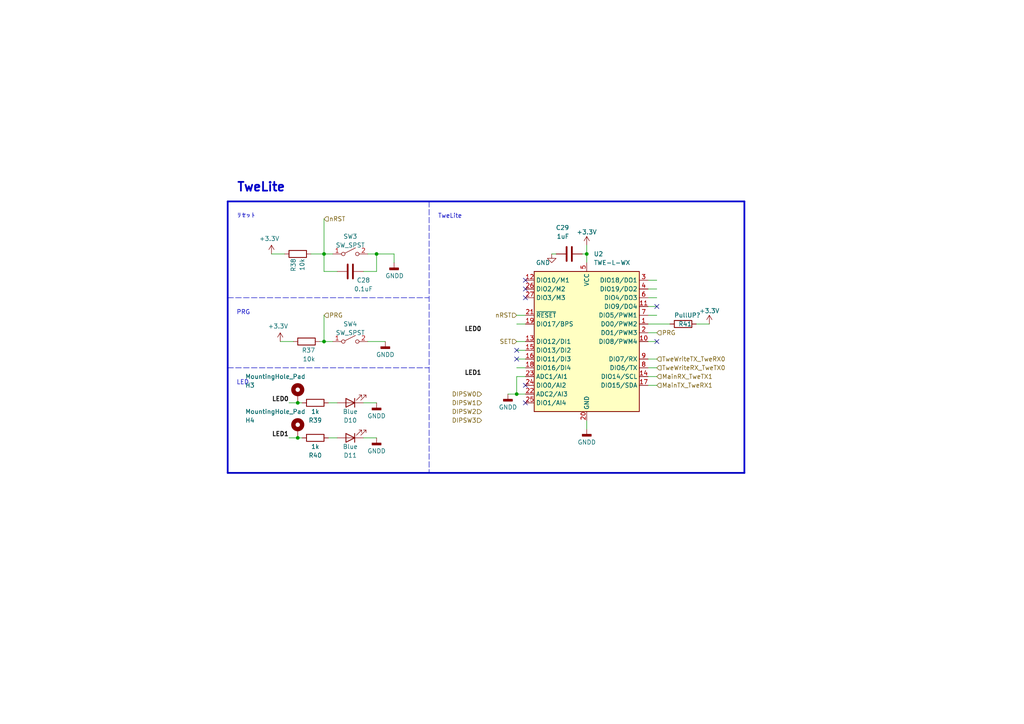
<source format=kicad_sch>
(kicad_sch (version 20230121) (generator eeschema)
  (paper "A4")
  (lib_symbols
    (symbol "Device:C" (pin_numbers hide) (pin_names (offset 0.254))
      (property "Reference" "C" (at 0.635 2.54 0))
      (property "Value" "C" (at 0.635 -2.54 0))
      (symbol "C_0_1"
        (polyline (pts (xy -2.032 -0.762) (xy 2.032 -0.762)) (stroke (width 0.508)))
        (polyline (pts (xy -2.032 0.762) (xy 2.032 0.762)) (stroke (width 0.508)))
      )
      (symbol "C_1_1"
        (pin passive line (at 0 3.81 270) (length 2.794) (name "~") (number "1"))
        (pin passive line (at 0 -3.81 90) (length 2.794) (name "~") (number "2"))
      )
    )
    (symbol "Device:LED" (pin_numbers hide) (pin_names (offset 1.016) hide)
      (property "Reference" "D" (at 0 2.54 0))
      (property "Value" "LED" (at 0 -2.54 0))
      (symbol "LED_0_1"
        (polyline (pts (xy -1.27 -1.27) (xy -1.27 1.27)) (stroke (width 0.254)))
        (polyline (pts (xy -1.27 0) (xy 1.27 0)))
        (polyline (pts (xy 1.27 -1.27) (xy 1.27 1.27) (xy -1.27 0) (xy 1.27 -1.27)) (stroke (width 0.254)))
        (polyline (pts (xy -3.048 -0.762) (xy -4.572 -2.286) (xy -3.81 -2.286) (xy -4.572 -2.286) (xy -4.572 -1.524)))
        (polyline (pts (xy -1.778 -0.762) (xy -3.302 -2.286) (xy -2.54 -2.286) (xy -3.302 -2.286) (xy -3.302 -1.524)))
      )
      (symbol "LED_1_1"
        (pin passive line (at -3.81 0 0) (length 2.54) (name "K") (number "1"))
        (pin passive line (at 3.81 0 180) (length 2.54) (name "A") (number "2"))
      )
    )
    (symbol "Device:R" (pin_numbers hide) (pin_names (offset 0))
      (property "Reference" "R" (at 2.032 0 90))
      (property "Value" "R" (at 0 0 90))
      (symbol "R_0_1"
        (rectangle (start -1.016 -2.54) (end 1.016 2.54) (stroke (width 0.254)))
      )
      (symbol "R_1_1"
        (pin passive line (at 0 3.81 270) (length 1.27) (name "~") (number "1"))
        (pin passive line (at 0 -3.81 90) (length 1.27) (name "~") (number "2"))
      )
    )
    (symbol "Mechanical:MountingHole_Pad" (pin_numbers hide) (pin_names (offset 1.016) hide)
      (property "Reference" "H" (at 0 6.35 0))
      (property "Value" "MountingHole_Pad" (at 0 4.445 0))
      (symbol "MountingHole_Pad_0_1"
        (circle (center 0 1.27) (radius 1.27) (stroke (width 1.27)))
      )
      (symbol "MountingHole_Pad_1_1"
        (pin input line (at 0 -2.54 90) (length 2.54) (name "1") (number "1"))
      )
    )
    (symbol "RF_ZigBee:TWE-L-WX"
      (property "Reference" "U" (at -11.43 21.59 0))
      (property "Value" "TWE-L-WX" (at 7.62 21.59 0))
      (symbol "TWE-L-WX_1_0"
        (rectangle (start -15.24 -20.32) (end 15.24 20.32) (stroke (width 0.254)) (fill (type background)))
      )
      (symbol "TWE-L-WX_1_1"
        (pin output line (at 17.78 5.08 180) (length 2.54) (name "DO0/PWM2") (number "1"))
        (pin bidirectional line (at 17.78 0 180) (length 2.54) (name "DIO8/PWM4") (number "10"))
        (pin bidirectional line (at 17.78 10.16 180) (length 2.54) (name "DIO9/DO4") (number "11"))
        (pin bidirectional line (at -17.78 17.78 0) (length 2.54) (name "DIO10/M1") (number "12"))
        (pin bidirectional line (at -17.78 0 0) (length 2.54) (name "DIO12/DI1") (number "13"))
        (pin bidirectional line (at 17.78 -10.16 180) (length 2.54) (name "DIO14/SCL") (number "14"))
        (pin bidirectional line (at -17.78 -2.54 0) (length 2.54) (name "DIO13/DI2") (number "15"))
        (pin bidirectional line (at -17.78 -5.08 0) (length 2.54) (name "DIO11/DI3") (number "16"))
        (pin bidirectional line (at 17.78 -12.7 180) (length 2.54) (name "DIO15/SDA") (number "17"))
        (pin bidirectional line (at -17.78 -7.62 0) (length 2.54) (name "DIO16/DI4") (number "18"))
        (pin bidirectional line (at -17.78 5.08 0) (length 2.54) (name "DIO17/BPS") (number "19"))
        (pin bidirectional line (at 17.78 2.54 180) (length 2.54) (name "DO1/PWM3") (number "2"))
        (pin power_in line (at 0 -22.86 90) (length 2.54) (name "GND") (number "20"))
        (pin input line (at -17.78 7.62 0) (length 2.54) (name "~{RESET}") (number "21"))
        (pin input line (at -17.78 -15.24 0) (length 2.54) (name "ADC2/AI3") (number "22"))
        (pin input line (at -17.78 -10.16 0) (length 2.54) (name "ADC1/AI1") (number "23"))
        (pin bidirectional line (at -17.78 -12.7 0) (length 2.54) (name "DIO0/AI2") (number "24"))
        (pin bidirectional line (at -17.78 -17.78 0) (length 2.54) (name "DIO1/AI4") (number "25"))
        (pin bidirectional line (at -17.78 15.24 0) (length 2.54) (name "DIO2/M2") (number "26"))
        (pin bidirectional line (at -17.78 12.7 0) (length 2.54) (name "DIO3/M3") (number "27"))
        (pin passive line (at 0 -22.86 90) (length 2.54) hide (name "GND") (number "28"))
        (pin no_connect line (at 15.24 -17.78 180) (length 2.54) hide (name "NC") (number "29"))
        (pin bidirectional line (at 17.78 17.78 180) (length 2.54) (name "DIO18/DO1") (number "3"))
        (pin passive line (at 0 -22.86 90) (length 2.54) hide (name "GND") (number "30"))
        (pin passive line (at 0 -22.86 90) (length 2.54) hide (name "GND") (number "31"))
        (pin passive line (at 0 -22.86 90) (length 2.54) hide (name "GND") (number "32"))
        (pin bidirectional line (at 17.78 15.24 180) (length 2.54) (name "DIO19/DO2") (number "4"))
        (pin power_in line (at 0 22.86 270) (length 2.54) (name "VCC") (number "5"))
        (pin bidirectional line (at 17.78 12.7 180) (length 2.54) (name "DIO4/DO3") (number "6"))
        (pin bidirectional line (at 17.78 7.62 180) (length 2.54) (name "DIO5/PWM1") (number "7"))
        (pin bidirectional line (at 17.78 -7.62 180) (length 2.54) (name "DIO6/TX") (number "8"))
        (pin bidirectional line (at 17.78 -5.08 180) (length 2.54) (name "DIO7/RX") (number "9"))
      )
    )
    (symbol "Switch:SW_SPST" (pin_names (offset 0) hide)
      (property "Reference" "SW" (at 0 3.175 0))
      (property "Value" "SW_SPST" (at 0 -2.54 0))
      (symbol "SW_SPST_0_0"
        (circle (center -2.032 0) (radius 0.508))
        (polyline (pts (xy -1.524 0.254) (xy 1.524 1.778)))
        (circle (center 2.032 0) (radius 0.508))
      )
      (symbol "SW_SPST_1_1"
        (pin passive line (at -5.08 0 0) (length 2.54) (name "A") (number "1"))
        (pin passive line (at 5.08 0 180) (length 2.54) (name "B") (number "2"))
      )
    )
    (symbol "power:+3.3V" (power) (pin_names (offset 0))
      (property "Value" "+3.3V" (at 0 3.556 0))
      (symbol "+3.3V_0_1"
        (polyline (pts (xy -0.762 1.27) (xy 0 2.54)))
        (polyline (pts (xy 0 0) (xy 0 2.54)))
        (polyline (pts (xy 0 2.54) (xy 0.762 1.27)))
      )
      (symbol "+3.3V_1_1"
        (pin power_in line (at 0 0 90) (length 0) hide (name "+3.3V") (number "1"))
      )
    )
    (symbol "power:GND" (power) (pin_names (offset 0))
      (property "Value" "GND" (at 0 -3.81 0))
      (symbol "GND_0_1"
        (polyline (pts (xy 0 0) (xy 0 -1.27) (xy 1.27 -1.27) (xy 0 -2.54) (xy -1.27 -1.27) (xy 0 -1.27)))
      )
      (symbol "GND_1_1"
        (pin power_in line (at 0 0 270) (length 0) hide (name "GND") (number "1"))
      )
    )
    (symbol "power:GNDD" (power) (pin_names (offset 0))
      (property "Value" "GNDD" (at 0 -3.175 0))
      (symbol "GNDD_0_1"
        (rectangle (start -1.27 -1.524) (end 1.27 -2.032) (stroke (width 0.254)) (fill (type outline)))
        (polyline (pts (xy 0 0) (xy 0 -1.524)))
      )
      (symbol "GNDD_1_1"
        (pin power_in line (at 0 0 270) (length 0) hide (name "GNDD") (number "1"))
      )
    )
  )
  (junction (at 170.18 73.66))
  (junction (at 86.36 116.84))
  (junction (at 93.98 73.66))
  (junction (at 149.86 114.3))
  (junction (at 93.98 99.06))
  (junction (at 109.22 73.66))
  (junction (at 86.36 127))
  (no_connect (at 152.4 86.36))
  (no_connect (at 149.86 101.6))
  (no_connect (at 190.5 99.06))
  (no_connect (at 149.86 104.14))
  (no_connect (at 152.4 111.76))
  (no_connect (at 152.4 81.28))
  (no_connect (at 152.4 116.84))
  (no_connect (at 152.4 83.82))
  (no_connect (at 190.5 88.9))
  (wire (pts (xy 187.96 88.9) (xy 190.5 88.9)))
  (wire (pts (xy 149.86 114.3) (xy 152.4 114.3)))
  (wire (pts (xy 90.17 73.66) (xy 93.98 73.66)))
  (wire (pts (xy 201.93 93.98) (xy 205.74 93.98)))
  (wire (pts (xy 105.41 116.84) (xy 109.22 116.84)))
  (wire (pts (xy 149.86 104.14) (xy 152.4 104.14)))
  (wire (pts (xy 86.36 116.84) (xy 87.63 116.84)))
  (wire (pts (xy 149.86 109.22) (xy 149.86 114.3)))
  (wire (pts (xy 109.22 73.66) (xy 114.3 73.66)))
  (wire (pts (xy 170.18 71.12) (xy 170.18 73.66)))
  (wire (pts (xy 149.86 114.3) (xy 147.32 114.3)))
  (wire (pts (xy 187.96 93.98) (xy 194.31 93.98)))
  (wire (pts (xy 83.82 116.84) (xy 86.36 116.84)))
  (wire (pts (xy 187.96 109.22) (xy 190.5 109.22)))
  (wire (pts (xy 106.68 99.06) (xy 111.76 99.06)))
  (wire (pts (xy 187.96 111.76) (xy 190.5 111.76)))
  (polyline (pts (xy 66.04 106.68) (xy 124.46 106.68)) (stroke (width 0) (type dash)))
  (wire (pts (xy 93.98 99.06) (xy 96.52 99.06)))
  (wire (pts (xy 187.96 106.68) (xy 190.5 106.68)))
  (wire (pts (xy 149.86 93.98) (xy 152.4 93.98)))
  (wire (pts (xy 106.68 73.66) (xy 109.22 73.66)))
  (wire (pts (xy 93.98 78.74) (xy 97.79 78.74)))
  (wire (pts (xy 170.18 121.92) (xy 170.18 124.46)))
  (wire (pts (xy 187.96 81.28) (xy 190.5 81.28)))
  (wire (pts (xy 160.02 73.66) (xy 161.29 73.66)))
  (wire (pts (xy 187.96 96.52) (xy 190.5 96.52)))
  (wire (pts (xy 149.86 99.06) (xy 152.4 99.06)))
  (wire (pts (xy 187.96 86.36) (xy 190.5 86.36)))
  (wire (pts (xy 78.74 73.66) (xy 82.55 73.66)))
  (polyline (pts (xy 124.46 58.42) (xy 124.46 137.16)) (stroke (width 0) (type dash)))
  (wire (pts (xy 152.4 109.22) (xy 149.86 109.22)))
  (wire (pts (xy 93.98 63.5) (xy 93.98 73.66)))
  (wire (pts (xy 93.98 91.44) (xy 93.98 99.06)))
  (wire (pts (xy 187.96 91.44) (xy 190.5 91.44)))
  (wire (pts (xy 109.22 78.74) (xy 105.41 78.74)))
  (wire (pts (xy 170.18 73.66) (xy 170.18 76.2)))
  (wire (pts (xy 168.91 73.66) (xy 170.18 73.66)))
  (wire (pts (xy 81.28 99.06) (xy 85.09 99.06)))
  (wire (pts (xy 83.82 127) (xy 86.36 127)))
  (wire (pts (xy 187.96 99.06) (xy 190.5 99.06)))
  (wire (pts (xy 149.86 101.6) (xy 152.4 101.6)))
  (wire (pts (xy 114.3 73.66) (xy 114.3 76.2)))
  (wire (pts (xy 86.36 127) (xy 87.63 127)))
  (polyline (pts (xy 66.04 86.36) (xy 124.46 86.36)) (stroke (width 0) (type dash)))
  (polyline (pts (xy 66.04 58.42) (xy 215.9 58.42)) (stroke (width 0.5) (type solid)))
  (wire (pts (xy 149.86 106.68) (xy 152.4 106.68)))
  (wire (pts (xy 96.52 73.66) (xy 93.98 73.66)))
  (wire (pts (xy 93.98 78.74) (xy 93.98 73.66)))
  (polyline (pts (xy 66.04 137.16) (xy 215.9 137.16)) (stroke (width 0.5) (type solid)))
  (wire (pts (xy 95.25 127) (xy 97.79 127)))
  (wire (pts (xy 187.96 83.82) (xy 190.5 83.82)))
  (wire (pts (xy 187.96 104.14) (xy 190.5 104.14)))
  (polyline (pts (xy 215.9 137.16) (xy 215.9 58.42)) (stroke (width 0.5) (type solid)))
  (wire (pts (xy 149.86 91.44) (xy 152.4 91.44)))
  (wire (pts (xy 92.71 99.06) (xy 93.98 99.06)))
  (polyline (pts (xy 66.04 58.42) (xy 66.04 137.16)) (stroke (width 0.5) (type solid)))
  (wire (pts (xy 109.22 78.74) (xy 109.22 73.66)))
  (wire (pts (xy 105.41 127) (xy 109.22 127)))
  (wire (pts (xy 95.25 116.84) (xy 97.79 116.84)))
  (text "TweLite" (at 127 63.5 0) (effects (font (size 1.27 1.27)) (justify left bottom)))
  (text "PRG" (at 68.58 91.44 0) (effects (font (size 1.27 1.27)) (justify left bottom)))
  (text "リセット" (at 68.58 63.5 0) (effects (font (size 1.27 1.27)) (justify left bottom)))
  (text "LED" (at 68.58 111.76 0) (effects (font (size 1.27 1.27)) (justify left bottom)))
  (text "TweLite" (at 68.58 55.88 0) (effects (font (size 2.54 2.54) (thickness 0.508) bold) (justify left bottom)))
  (label "LED0" (at 139.7 96.52 180) (effects (font (thickness 0.254) bold)))
  (label "LED1" (at 83.82 127 180) (effects (font (thickness 0.254) bold)))
  (label "LED1" (at 139.7 109.22 180) (effects (font (thickness 0.254) bold)))
  (label "LED0" (at 83.82 116.84 180) (effects (font (thickness 0.254) bold)))
  (hierarchical_label "DIPSW1" (shape input) (at 139.7 116.84 180))
  (hierarchical_label "SET" (shape input) (at 149.86 99.06 180))
  (hierarchical_label "DIPSW0" (shape input) (at 139.7 114.3 180))
  (hierarchical_label "PRG" (shape input) (at 190.5 96.52 0))
  (hierarchical_label "MainRX_TweTX1" (shape input) (at 190.5 109.22 0))
  (hierarchical_label "PRG" (shape input) (at 93.98 91.44 0))
  (hierarchical_label "MainTX_TweRX1" (shape input) (at 190.5 111.76 0))
  (hierarchical_label "TweWriteRX_TweTX0" (shape input) (at 190.5 106.68 0))
  (hierarchical_label "nRST" (shape input) (at 93.98 63.5 0))
  (hierarchical_label "DIPSW2" (shape input) (at 139.7 119.38 180))
  (hierarchical_label "nRST" (shape input) (at 149.86 91.44 180))
  (hierarchical_label "TweWriteTX_TweRX0" (shape input) (at 190.5 104.14 0))
  (hierarchical_label "DIPSW3" (shape input) (at 139.7 121.92 180))
  (symbol (lib_id "power:+3.3V") (at 170.18 71.12 0) (unit 1)
    (property "Reference" "#PWR080" (effects hide))
    (property "Value" "+3.3V" (at 170.18 67.31 0))
  )
  (symbol (lib_id "Device:C") (at 165.1 73.66 90) (unit 1)
    (property "Reference" "C29" (at 165.1 66.04 90) (effects (justify left)))
    (property "Value" "1uF" (at 165.1 68.58 90) (effects (justify left)))
    (property "Footprint" "Capacitor_SMD:C_0402_1005Metric" (effects hide))
  )
  (symbol (lib_id "power:GND") (at 160.02 73.66 0) (unit 1)
    (property "Reference" "#PWR079" (effects hide))
    (property "Value" "GND" (at 157.48 76.2 0))
  )
  (symbol (lib_id "Device:R") (at 88.9 99.06 90) (mirror x) (unit 1)
    (property "Reference" "R37" (at 91.44 101.6 90) (effects (justify left)))
    (property "Value" "10k" (at 91.44 104.14 90) (effects (justify left)))
    (property "Footprint" "Resistor_SMD:R_0402_1005Metric" (effects hide))
  )
  (symbol (lib_id "Device:LED") (at 101.6 116.84 180) (unit 1)
    (property "Reference" "D10" (at 101.6 121.92 0))
    (property "Value" "Blue" (at 101.6 119.38 0))
    (property "Footprint" "LED_SMD:LED_0603_1608Metric_Pad1.05x0.95mm_HandSolder" (effects hide))
  )
  (symbol (lib_id "Device:R") (at 198.12 93.98 90) (mirror x) (unit 1)
    (property "Reference" "R41" (at 200.66 93.98 90) (effects (justify left)))
    (property "Value" "PullUP?" (at 203.2 91.44 90) (effects (justify left)))
    (property "Footprint" "Resistor_SMD:R_0603_1608Metric" (effects hide))
  )
  (symbol (lib_id "power:+3.3V") (at 78.74 73.66 0) (unit 1)
    (property "Reference" "#PWR075" (effects hide))
    (property "Value" "+3.3V" (at 78.105 69.215 0))
  )
  (symbol (lib_id "power:GNDD") (at 114.3 76.2 0) (unit 1)
    (property "Reference" "#PWR076" (effects hide))
    (property "Value" "GNDD" (at 111.76 80.01 0) (effects (justify left)))
  )
  (symbol (lib_id "RF_ZigBee:TWE-L-WX") (at 170.18 99.06 0) (unit 1)
    (property "Reference" "U2" (at 172.1994 73.66 0) (effects (justify left)))
    (property "Value" "TWE-L-WX" (at 172.1994 76.2 0) (effects (justify left)))
    (property "Footprint" "RF_Module:MonoWireless_TWE-L-WX" (effects hide))
    (property "Datasheet" "https://www.mono-wireless.com/jp/products/TWE-LITE/MW-PDS-TWELITE-JP.pdf" (effects hide))
  )
  (symbol (lib_id "Device:R") (at 86.36 73.66 90) (mirror x) (unit 1)
    (property "Reference" "R38" (at 85.09 74.93 0) (effects (justify left)))
    (property "Value" "10k" (at 87.63 74.93 0) (effects (justify left)))
    (property "Footprint" "Resistor_SMD:R_0402_1005Metric" (effects hide))
  )
  (symbol (lib_id "power:GNDD") (at 111.76 99.06 0) (unit 1)
    (property "Reference" "#PWR077" (effects hide))
    (property "Value" "GNDD" (at 111.76 102.87 0))
  )
  (symbol (lib_id "Switch:SW_SPST") (at 101.6 99.06 0) (unit 1)
    (property "Reference" "SW4" (at 101.6 93.98 0))
    (property "Value" "SW_SPST" (at 101.6 96.52 0))
    (property "Footprint" "Button_Switch_SMD:SW_Push_1P1T_NO_Vertical_Wuerth_434133025816" (effects hide))
  )
  (symbol (lib_id "power:GNDD") (at 170.18 124.46 0) (unit 1)
    (property "Reference" "#PWR081" (effects hide))
    (property "Value" "GNDD" (at 170.18 128.27 0))
  )
  (symbol (lib_id "power:GNDD") (at 109.22 127 0) (unit 1)
    (property "Reference" "#PWR083" (effects hide))
    (property "Value" "GNDD" (at 109.22 130.81 0))
  )
  (symbol (lib_id "power:GNDD") (at 147.32 114.3 0) (unit 1)
    (property "Reference" "#PWR078" (effects hide))
    (property "Value" "GNDD" (at 147.32 118.11 0))
  )
  (symbol (lib_id "Device:R") (at 91.44 127 270) (mirror x) (unit 1)
    (property "Reference" "R40" (at 91.44 132.08 90))
    (property "Value" "1k" (at 91.44 129.54 90))
    (property "Footprint" "Resistor_SMD:R_0402_1005Metric" (effects hide))
  )
  (symbol (lib_id "Switch:SW_SPST") (at 101.6 73.66 0) (unit 1)
    (property "Reference" "SW3" (at 101.6 68.58 0))
    (property "Value" "SW_SPST" (at 101.6 71.12 0))
    (property "Footprint" "Button_Switch_SMD:SW_Push_1P1T_NO_Vertical_Wuerth_434133025816" (effects hide))
  )
  (symbol (lib_id "Device:R") (at 91.44 116.84 270) (mirror x) (unit 1)
    (property "Reference" "R39" (at 91.44 121.92 90))
    (property "Value" "1k" (at 91.44 119.38 90))
    (property "Footprint" "Resistor_SMD:R_0402_1005Metric" (effects hide))
  )
  (symbol (lib_id "power:+3.3V") (at 81.28 99.06 0) (unit 1)
    (property "Reference" "#PWR073" (effects hide))
    (property "Value" "+3.3V" (at 80.645 94.615 0))
  )
  (symbol (lib_id "power:GNDD") (at 109.22 116.84 0) (unit 1)
    (property "Reference" "#PWR082" (effects hide))
    (property "Value" "GNDD" (at 109.22 120.65 0))
  )
  (symbol (lib_id "Mechanical:MountingHole_Pad") (at 86.36 114.3 0) (mirror y) (unit 1)
    (property "Reference" "H3" (at 71.12 111.76 0) (effects (justify right)))
    (property "Value" "MountingHole_Pad" (at 71.12 109.22 0) (effects (justify right)))
    (property "Footprint" "TestPoint:TestPoint_Pad_1.0x1.0mm" (effects hide))
  )
  (symbol (lib_id "Mechanical:MountingHole_Pad") (at 86.36 124.46 0) (mirror y) (unit 1)
    (property "Reference" "H4" (at 71.12 121.92 0) (effects (justify right)))
    (property "Value" "MountingHole_Pad" (at 71.12 119.38 0) (effects (justify right)))
    (property "Footprint" "TestPoint:TestPoint_Pad_1.0x1.0mm" (effects hide))
  )
  (symbol (lib_id "Device:LED") (at 101.6 127 180) (unit 1)
    (property "Reference" "D11" (at 101.6 132.08 0))
    (property "Value" "Blue" (at 101.6 129.54 0))
    (property "Footprint" "LED_SMD:LED_0603_1608Metric_Pad1.05x0.95mm_HandSolder" (effects hide))
  )
  (symbol (lib_id "Device:C") (at 101.6 78.74 90) (unit 1)
    (property "Reference" "C28" (at 105.41 81.28 90))
    (property "Value" "0.1uF" (at 105.41 83.82 90))
    (property "Footprint" "Capacitor_SMD:C_0402_1005Metric" (effects hide))
  )
  (symbol (lib_id "power:+3.3V") (at 205.74 93.98 0) (unit 1)
    (property "Reference" "#PWR084" (effects hide))
    (property "Value" "+3.3V" (at 205.74 90.17 0))
  )
)
</source>
